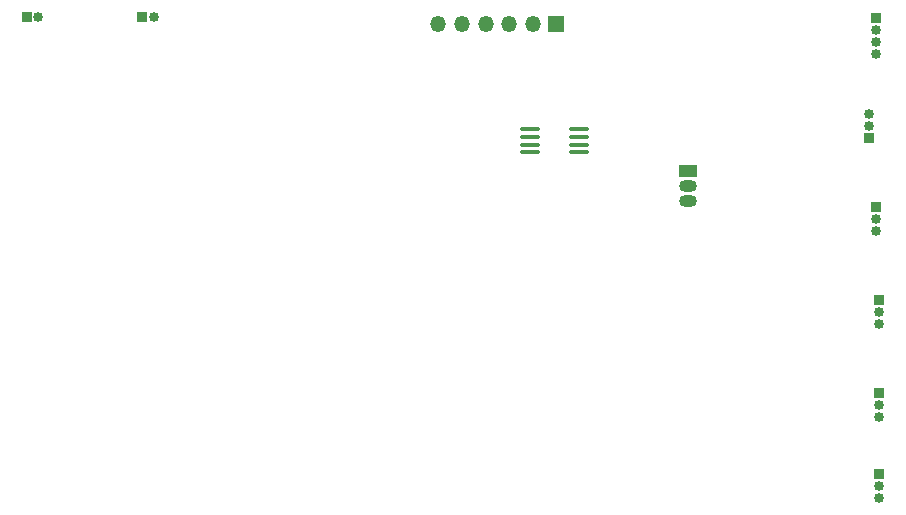
<source format=gbr>
%TF.GenerationSoftware,KiCad,Pcbnew,(6.0.9)*%
%TF.CreationDate,2023-10-13T22:04:35+03:00*%
%TF.ProjectId,ULV,554c562e-6b69-4636-9164-5f7063625858,rev?*%
%TF.SameCoordinates,Original*%
%TF.FileFunction,Soldermask,Bot*%
%TF.FilePolarity,Negative*%
%FSLAX46Y46*%
G04 Gerber Fmt 4.6, Leading zero omitted, Abs format (unit mm)*
G04 Created by KiCad (PCBNEW (6.0.9)) date 2023-10-13 22:04:35*
%MOMM*%
%LPD*%
G01*
G04 APERTURE LIST*
G04 Aperture macros list*
%AMRoundRect*
0 Rectangle with rounded corners*
0 $1 Rounding radius*
0 $2 $3 $4 $5 $6 $7 $8 $9 X,Y pos of 4 corners*
0 Add a 4 corners polygon primitive as box body*
4,1,4,$2,$3,$4,$5,$6,$7,$8,$9,$2,$3,0*
0 Add four circle primitives for the rounded corners*
1,1,$1+$1,$2,$3*
1,1,$1+$1,$4,$5*
1,1,$1+$1,$6,$7*
1,1,$1+$1,$8,$9*
0 Add four rect primitives between the rounded corners*
20,1,$1+$1,$2,$3,$4,$5,0*
20,1,$1+$1,$4,$5,$6,$7,0*
20,1,$1+$1,$6,$7,$8,$9,0*
20,1,$1+$1,$8,$9,$2,$3,0*%
G04 Aperture macros list end*
%ADD10R,0.850000X0.850000*%
%ADD11O,0.850000X0.850000*%
%ADD12R,1.500000X1.050000*%
%ADD13O,1.500000X1.050000*%
%ADD14RoundRect,0.100000X-0.712500X-0.100000X0.712500X-0.100000X0.712500X0.100000X-0.712500X0.100000X0*%
%ADD15R,1.350000X1.350000*%
%ADD16O,1.350000X1.350000*%
G04 APERTURE END LIST*
D10*
%TO.C,J5*%
X106807000Y-74386000D03*
D11*
X107807000Y-74386000D03*
%TD*%
D10*
%TO.C,J8*%
X169200000Y-98314000D03*
D11*
X169200000Y-99314000D03*
X169200000Y-100314000D03*
%TD*%
D10*
%TO.C,J3*%
X168946000Y-74446000D03*
D11*
X168946000Y-75446000D03*
X168946000Y-76446000D03*
X168946000Y-77446000D03*
%TD*%
D10*
%TO.C,J2*%
X169236000Y-106188000D03*
D11*
X169236000Y-107188000D03*
X169236000Y-108188000D03*
%TD*%
D12*
%TO.C,Q2*%
X153056000Y-87376000D03*
D13*
X153056000Y-88646000D03*
X153056000Y-89916000D03*
%TD*%
D10*
%TO.C,J4*%
X97036000Y-74386000D03*
D11*
X98036000Y-74386000D03*
%TD*%
D10*
%TO.C,J7*%
X168982000Y-90440000D03*
D11*
X168982000Y-91440000D03*
X168982000Y-92440000D03*
%TD*%
D10*
%TO.C,J1*%
X169236000Y-113046000D03*
D11*
X169236000Y-114046000D03*
X169236000Y-115046000D03*
%TD*%
D10*
%TO.C,J9*%
X168366000Y-84566000D03*
D11*
X168366000Y-83566000D03*
X168366000Y-82566000D03*
%TD*%
D14*
%TO.C,U1*%
X139619500Y-85811000D03*
X139619500Y-85161000D03*
X139619500Y-84511000D03*
X139619500Y-83861000D03*
X143844500Y-83861000D03*
X143844500Y-84511000D03*
X143844500Y-85161000D03*
X143844500Y-85811000D03*
%TD*%
D15*
%TO.C,J6*%
X141890000Y-74930000D03*
D16*
X139890000Y-74930000D03*
X137890000Y-74930000D03*
X135890000Y-74930000D03*
X133890000Y-74930000D03*
X131890000Y-74930000D03*
%TD*%
M02*

</source>
